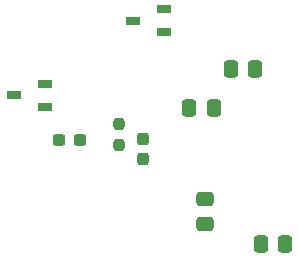
<source format=gbr>
%TF.GenerationSoftware,KiCad,Pcbnew,(6.0.6)*%
%TF.CreationDate,2022-07-25T23:57:12+01:00*%
%TF.ProjectId,Virpar,56697270-6172-42e6-9b69-6361645f7063,rev?*%
%TF.SameCoordinates,Original*%
%TF.FileFunction,Paste,Bot*%
%TF.FilePolarity,Positive*%
%FSLAX46Y46*%
G04 Gerber Fmt 4.6, Leading zero omitted, Abs format (unit mm)*
G04 Created by KiCad (PCBNEW (6.0.6)) date 2022-07-25 23:57:12*
%MOMM*%
%LPD*%
G01*
G04 APERTURE LIST*
G04 Aperture macros list*
%AMRoundRect*
0 Rectangle with rounded corners*
0 $1 Rounding radius*
0 $2 $3 $4 $5 $6 $7 $8 $9 X,Y pos of 4 corners*
0 Add a 4 corners polygon primitive as box body*
4,1,4,$2,$3,$4,$5,$6,$7,$8,$9,$2,$3,0*
0 Add four circle primitives for the rounded corners*
1,1,$1+$1,$2,$3*
1,1,$1+$1,$4,$5*
1,1,$1+$1,$6,$7*
1,1,$1+$1,$8,$9*
0 Add four rect primitives between the rounded corners*
20,1,$1+$1,$2,$3,$4,$5,0*
20,1,$1+$1,$4,$5,$6,$7,0*
20,1,$1+$1,$6,$7,$8,$9,0*
20,1,$1+$1,$8,$9,$2,$3,0*%
G04 Aperture macros list end*
%ADD10RoundRect,0.250000X-0.337500X-0.475000X0.337500X-0.475000X0.337500X0.475000X-0.337500X0.475000X0*%
%ADD11RoundRect,0.237500X0.237500X-0.300000X0.237500X0.300000X-0.237500X0.300000X-0.237500X-0.300000X0*%
%ADD12RoundRect,0.237500X0.300000X0.237500X-0.300000X0.237500X-0.300000X-0.237500X0.300000X-0.237500X0*%
%ADD13R,1.220000X0.650000*%
%ADD14RoundRect,0.237500X-0.237500X0.250000X-0.237500X-0.250000X0.237500X-0.250000X0.237500X0.250000X0*%
%ADD15RoundRect,0.250000X-0.475000X0.337500X-0.475000X-0.337500X0.475000X-0.337500X0.475000X0.337500X0*%
G04 APERTURE END LIST*
D10*
%TO.C,CP19*%
X163478300Y-84658200D03*
X165553300Y-84658200D03*
%TD*%
D11*
%TO.C,C3*%
X159588200Y-88975100D03*
X159588200Y-87250100D03*
%TD*%
D12*
%TO.C,C4*%
X154202300Y-87299800D03*
X152477300Y-87299800D03*
%TD*%
D13*
%TO.C,Q4*%
X161380800Y-76266000D03*
X161380800Y-78166000D03*
X158760800Y-77216000D03*
%TD*%
D14*
%TO.C,R10*%
X157505400Y-85955500D03*
X157505400Y-87780500D03*
%TD*%
D10*
%TO.C,CP18*%
X169548900Y-96151700D03*
X171623900Y-96151700D03*
%TD*%
D13*
%TO.C,Q2*%
X151297000Y-82590600D03*
X151297000Y-84490600D03*
X148677000Y-83540600D03*
%TD*%
D15*
%TO.C,CP15*%
X164820600Y-92320200D03*
X164820600Y-94395200D03*
%TD*%
D10*
%TO.C,CP8*%
X166983500Y-81305400D03*
X169058500Y-81305400D03*
%TD*%
M02*

</source>
